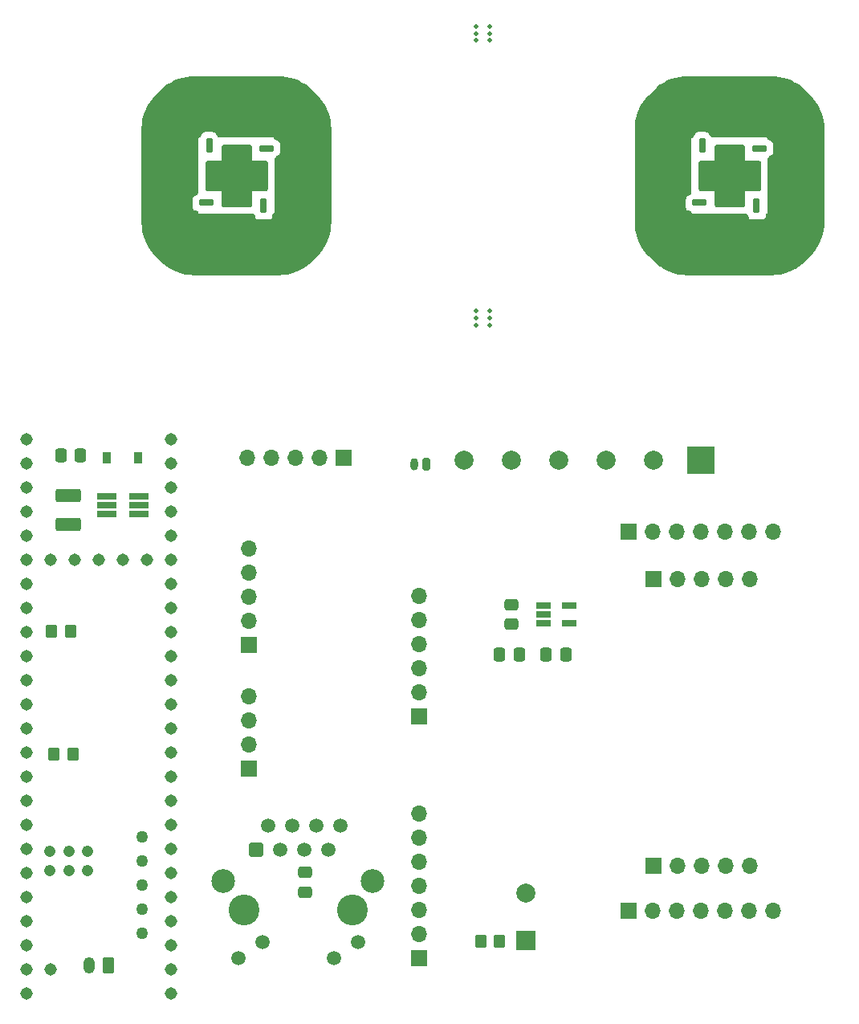
<source format=gbr>
%TF.GenerationSoftware,KiCad,Pcbnew,6.0.6-1.fc36*%
%TF.CreationDate,2022-07-31T22:14:55+02:00*%
%TF.ProjectId,CosmicWatch-ventidue,436f736d-6963-4576-9174-63682d76656e,2.5*%
%TF.SameCoordinates,Original*%
%TF.FileFunction,Soldermask,Bot*%
%TF.FilePolarity,Negative*%
%FSLAX46Y46*%
G04 Gerber Fmt 4.6, Leading zero omitted, Abs format (unit mm)*
G04 Created by KiCad (PCBNEW 6.0.6-1.fc36) date 2022-07-31 22:14:55*
%MOMM*%
%LPD*%
G01*
G04 APERTURE LIST*
G04 Aperture macros list*
%AMRoundRect*
0 Rectangle with rounded corners*
0 $1 Rounding radius*
0 $2 $3 $4 $5 $6 $7 $8 $9 X,Y pos of 4 corners*
0 Add a 4 corners polygon primitive as box body*
4,1,4,$2,$3,$4,$5,$6,$7,$8,$9,$2,$3,0*
0 Add four circle primitives for the rounded corners*
1,1,$1+$1,$2,$3*
1,1,$1+$1,$4,$5*
1,1,$1+$1,$6,$7*
1,1,$1+$1,$8,$9*
0 Add four rect primitives between the rounded corners*
20,1,$1+$1,$2,$3,$4,$5,0*
20,1,$1+$1,$4,$5,$6,$7,0*
20,1,$1+$1,$6,$7,$8,$9,0*
20,1,$1+$1,$8,$9,$2,$3,0*%
G04 Aperture macros list end*
%ADD10C,0.000100*%
%ADD11RoundRect,0.250000X0.350000X0.625000X-0.350000X0.625000X-0.350000X-0.625000X0.350000X-0.625000X0*%
%ADD12O,1.200000X1.750000*%
%ADD13R,1.700000X1.700000*%
%ADD14O,1.700000X1.700000*%
%ADD15C,0.500000*%
%ADD16R,2.000000X2.000000*%
%ADD17C,2.000000*%
%ADD18C,1.308000*%
%ADD19C,1.258000*%
%ADD20C,1.208000*%
%ADD21RoundRect,0.200000X0.200000X0.450000X-0.200000X0.450000X-0.200000X-0.450000X0.200000X-0.450000X0*%
%ADD22O,0.800000X1.300000*%
%ADD23C,3.250000*%
%ADD24RoundRect,0.250500X-0.499500X-0.499500X0.499500X-0.499500X0.499500X0.499500X-0.499500X0.499500X0*%
%ADD25C,1.500000*%
%ADD26C,2.500000*%
%ADD27RoundRect,0.250000X-0.475000X0.337500X-0.475000X-0.337500X0.475000X-0.337500X0.475000X0.337500X0*%
%ADD28RoundRect,0.250000X-0.337500X-0.475000X0.337500X-0.475000X0.337500X0.475000X-0.337500X0.475000X0*%
%ADD29RoundRect,0.250000X0.337500X0.475000X-0.337500X0.475000X-0.337500X-0.475000X0.337500X-0.475000X0*%
%ADD30R,1.560000X0.650000*%
%ADD31R,2.000000X0.650000*%
%ADD32RoundRect,0.250000X-0.350000X-0.450000X0.350000X-0.450000X0.350000X0.450000X-0.350000X0.450000X0*%
%ADD33RoundRect,0.090000X0.210000X-0.647500X0.210000X0.647500X-0.210000X0.647500X-0.210000X-0.647500X0*%
%ADD34RoundRect,0.090000X-0.647500X-0.210000X0.647500X-0.210000X0.647500X0.210000X-0.647500X0.210000X0*%
%ADD35RoundRect,0.090000X-0.210000X0.647500X-0.210000X-0.647500X0.210000X-0.647500X0.210000X0.647500X0*%
%ADD36RoundRect,0.090000X0.647500X0.210000X-0.647500X0.210000X-0.647500X-0.210000X0.647500X-0.210000X0*%
%ADD37RoundRect,0.250001X1.074999X-0.462499X1.074999X0.462499X-1.074999X0.462499X-1.074999X-0.462499X0*%
%ADD38RoundRect,0.250000X0.475000X-0.337500X0.475000X0.337500X-0.475000X0.337500X-0.475000X-0.337500X0*%
%ADD39R,0.900000X1.200000*%
%ADD40RoundRect,0.250000X0.350000X0.450000X-0.350000X0.450000X-0.350000X-0.450000X0.350000X-0.450000X0*%
%ADD41R,3.000000X3.000000*%
G04 APERTURE END LIST*
%TO.C,D201*%
G36*
X103362000Y-46751000D02*
G01*
X103384000Y-46755000D01*
X103394000Y-46757000D01*
X103405000Y-46760000D01*
X103425000Y-46768000D01*
X103445000Y-46778000D01*
X103463000Y-46790000D01*
X103481000Y-46804000D01*
X103488000Y-46812000D01*
X103496000Y-46819000D01*
X103510000Y-46837000D01*
X103522000Y-46855000D01*
X103532000Y-46875000D01*
X103540000Y-46895000D01*
X103543000Y-46906000D01*
X103545000Y-46916000D01*
X103549000Y-46938000D01*
X103550000Y-46949000D01*
X103550000Y-48450000D01*
X105051000Y-48450000D01*
X105062000Y-48451000D01*
X105084000Y-48455000D01*
X105094000Y-48457000D01*
X105105000Y-48460000D01*
X105125000Y-48468000D01*
X105145000Y-48478000D01*
X105163000Y-48490000D01*
X105181000Y-48504000D01*
X105188000Y-48512000D01*
X105196000Y-48519000D01*
X105210000Y-48537000D01*
X105222000Y-48555000D01*
X105232000Y-48575000D01*
X105240000Y-48595000D01*
X105243000Y-48606000D01*
X105245000Y-48616000D01*
X105249000Y-48638000D01*
X105250000Y-48649000D01*
X105250000Y-51332000D01*
X105249000Y-51344000D01*
X105245000Y-51368000D01*
X105242000Y-51380000D01*
X105239000Y-51391000D01*
X105235000Y-51402000D01*
X105230000Y-51414000D01*
X105225000Y-51424000D01*
X105219000Y-51435000D01*
X105213000Y-51445000D01*
X105199000Y-51465000D01*
X105183000Y-51483000D01*
X105165000Y-51499000D01*
X105145000Y-51513000D01*
X105135000Y-51519000D01*
X105124000Y-51525000D01*
X105114000Y-51530000D01*
X105102000Y-51535000D01*
X105091000Y-51539000D01*
X105080000Y-51542000D01*
X105068000Y-51545000D01*
X105044000Y-51549000D01*
X105032000Y-51550000D01*
X103550000Y-51550000D01*
X103550000Y-53051000D01*
X103549000Y-53062000D01*
X103545000Y-53084000D01*
X103543000Y-53094000D01*
X103540000Y-53105000D01*
X103532000Y-53125000D01*
X103522000Y-53145000D01*
X103510000Y-53163000D01*
X103496000Y-53181000D01*
X103488000Y-53188000D01*
X103481000Y-53196000D01*
X103463000Y-53210000D01*
X103445000Y-53222000D01*
X103425000Y-53232000D01*
X103405000Y-53240000D01*
X103394000Y-53243000D01*
X103384000Y-53245000D01*
X103362000Y-53249000D01*
X103351000Y-53250000D01*
X100649000Y-53250000D01*
X100638000Y-53249000D01*
X100616000Y-53245000D01*
X100606000Y-53243000D01*
X100595000Y-53240000D01*
X100575000Y-53232000D01*
X100555000Y-53222000D01*
X100537000Y-53210000D01*
X100519000Y-53196000D01*
X100512000Y-53188000D01*
X100504000Y-53181000D01*
X100490000Y-53163000D01*
X100478000Y-53145000D01*
X100468000Y-53125000D01*
X100460000Y-53105000D01*
X100457000Y-53094000D01*
X100455000Y-53084000D01*
X100451000Y-53062000D01*
X100450000Y-53051000D01*
X100450000Y-51550000D01*
X98958000Y-51550000D01*
X98947000Y-51549000D01*
X98936000Y-51547000D01*
X98924000Y-51545000D01*
X98913000Y-51543000D01*
X98891000Y-51535000D01*
X98881000Y-51531000D01*
X98870000Y-51526000D01*
X98860000Y-51521000D01*
X98850000Y-51515000D01*
X98832000Y-51501000D01*
X98823000Y-51493000D01*
X98814000Y-51486000D01*
X98807000Y-51477000D01*
X98799000Y-51468000D01*
X98785000Y-51450000D01*
X98779000Y-51440000D01*
X98774000Y-51430000D01*
X98769000Y-51419000D01*
X98765000Y-51409000D01*
X98757000Y-51387000D01*
X98755000Y-51376000D01*
X98753000Y-51364000D01*
X98751000Y-51353000D01*
X98750000Y-51342000D01*
X98750000Y-48649000D01*
X98751000Y-48638000D01*
X98755000Y-48616000D01*
X98757000Y-48606000D01*
X98760000Y-48595000D01*
X98768000Y-48575000D01*
X98778000Y-48555000D01*
X98790000Y-48537000D01*
X98804000Y-48519000D01*
X98812000Y-48512000D01*
X98819000Y-48504000D01*
X98837000Y-48490000D01*
X98855000Y-48478000D01*
X98875000Y-48468000D01*
X98895000Y-48460000D01*
X98906000Y-48457000D01*
X98916000Y-48455000D01*
X98938000Y-48451000D01*
X98949000Y-48450000D01*
X100450000Y-48450000D01*
X100450000Y-46958000D01*
X100451000Y-46947000D01*
X100453000Y-46936000D01*
X100455000Y-46924000D01*
X100457000Y-46913000D01*
X100465000Y-46891000D01*
X100469000Y-46881000D01*
X100474000Y-46870000D01*
X100479000Y-46860000D01*
X100485000Y-46850000D01*
X100499000Y-46832000D01*
X100507000Y-46823000D01*
X100514000Y-46814000D01*
X100523000Y-46807000D01*
X100532000Y-46799000D01*
X100550000Y-46785000D01*
X100560000Y-46779000D01*
X100570000Y-46774000D01*
X100581000Y-46769000D01*
X100591000Y-46765000D01*
X100613000Y-46757000D01*
X100624000Y-46755000D01*
X100636000Y-46753000D01*
X100647000Y-46751000D01*
X100658000Y-46750000D01*
X103351000Y-46750000D01*
X103362000Y-46751000D01*
G37*
D10*
X103362000Y-46751000D02*
X103384000Y-46755000D01*
X103394000Y-46757000D01*
X103405000Y-46760000D01*
X103425000Y-46768000D01*
X103445000Y-46778000D01*
X103463000Y-46790000D01*
X103481000Y-46804000D01*
X103488000Y-46812000D01*
X103496000Y-46819000D01*
X103510000Y-46837000D01*
X103522000Y-46855000D01*
X103532000Y-46875000D01*
X103540000Y-46895000D01*
X103543000Y-46906000D01*
X103545000Y-46916000D01*
X103549000Y-46938000D01*
X103550000Y-46949000D01*
X103550000Y-48450000D01*
X105051000Y-48450000D01*
X105062000Y-48451000D01*
X105084000Y-48455000D01*
X105094000Y-48457000D01*
X105105000Y-48460000D01*
X105125000Y-48468000D01*
X105145000Y-48478000D01*
X105163000Y-48490000D01*
X105181000Y-48504000D01*
X105188000Y-48512000D01*
X105196000Y-48519000D01*
X105210000Y-48537000D01*
X105222000Y-48555000D01*
X105232000Y-48575000D01*
X105240000Y-48595000D01*
X105243000Y-48606000D01*
X105245000Y-48616000D01*
X105249000Y-48638000D01*
X105250000Y-48649000D01*
X105250000Y-51332000D01*
X105249000Y-51344000D01*
X105245000Y-51368000D01*
X105242000Y-51380000D01*
X105239000Y-51391000D01*
X105235000Y-51402000D01*
X105230000Y-51414000D01*
X105225000Y-51424000D01*
X105219000Y-51435000D01*
X105213000Y-51445000D01*
X105199000Y-51465000D01*
X105183000Y-51483000D01*
X105165000Y-51499000D01*
X105145000Y-51513000D01*
X105135000Y-51519000D01*
X105124000Y-51525000D01*
X105114000Y-51530000D01*
X105102000Y-51535000D01*
X105091000Y-51539000D01*
X105080000Y-51542000D01*
X105068000Y-51545000D01*
X105044000Y-51549000D01*
X105032000Y-51550000D01*
X103550000Y-51550000D01*
X103550000Y-53051000D01*
X103549000Y-53062000D01*
X103545000Y-53084000D01*
X103543000Y-53094000D01*
X103540000Y-53105000D01*
X103532000Y-53125000D01*
X103522000Y-53145000D01*
X103510000Y-53163000D01*
X103496000Y-53181000D01*
X103488000Y-53188000D01*
X103481000Y-53196000D01*
X103463000Y-53210000D01*
X103445000Y-53222000D01*
X103425000Y-53232000D01*
X103405000Y-53240000D01*
X103394000Y-53243000D01*
X103384000Y-53245000D01*
X103362000Y-53249000D01*
X103351000Y-53250000D01*
X100649000Y-53250000D01*
X100638000Y-53249000D01*
X100616000Y-53245000D01*
X100606000Y-53243000D01*
X100595000Y-53240000D01*
X100575000Y-53232000D01*
X100555000Y-53222000D01*
X100537000Y-53210000D01*
X100519000Y-53196000D01*
X100512000Y-53188000D01*
X100504000Y-53181000D01*
X100490000Y-53163000D01*
X100478000Y-53145000D01*
X100468000Y-53125000D01*
X100460000Y-53105000D01*
X100457000Y-53094000D01*
X100455000Y-53084000D01*
X100451000Y-53062000D01*
X100450000Y-53051000D01*
X100450000Y-51550000D01*
X98958000Y-51550000D01*
X98947000Y-51549000D01*
X98936000Y-51547000D01*
X98924000Y-51545000D01*
X98913000Y-51543000D01*
X98891000Y-51535000D01*
X98881000Y-51531000D01*
X98870000Y-51526000D01*
X98860000Y-51521000D01*
X98850000Y-51515000D01*
X98832000Y-51501000D01*
X98823000Y-51493000D01*
X98814000Y-51486000D01*
X98807000Y-51477000D01*
X98799000Y-51468000D01*
X98785000Y-51450000D01*
X98779000Y-51440000D01*
X98774000Y-51430000D01*
X98769000Y-51419000D01*
X98765000Y-51409000D01*
X98757000Y-51387000D01*
X98755000Y-51376000D01*
X98753000Y-51364000D01*
X98751000Y-51353000D01*
X98750000Y-51342000D01*
X98750000Y-48649000D01*
X98751000Y-48638000D01*
X98755000Y-48616000D01*
X98757000Y-48606000D01*
X98760000Y-48595000D01*
X98768000Y-48575000D01*
X98778000Y-48555000D01*
X98790000Y-48537000D01*
X98804000Y-48519000D01*
X98812000Y-48512000D01*
X98819000Y-48504000D01*
X98837000Y-48490000D01*
X98855000Y-48478000D01*
X98875000Y-48468000D01*
X98895000Y-48460000D01*
X98906000Y-48457000D01*
X98916000Y-48455000D01*
X98938000Y-48451000D01*
X98949000Y-48450000D01*
X100450000Y-48450000D01*
X100450000Y-46958000D01*
X100451000Y-46947000D01*
X100453000Y-46936000D01*
X100455000Y-46924000D01*
X100457000Y-46913000D01*
X100465000Y-46891000D01*
X100469000Y-46881000D01*
X100474000Y-46870000D01*
X100479000Y-46860000D01*
X100485000Y-46850000D01*
X100499000Y-46832000D01*
X100507000Y-46823000D01*
X100514000Y-46814000D01*
X100523000Y-46807000D01*
X100532000Y-46799000D01*
X100550000Y-46785000D01*
X100560000Y-46779000D01*
X100570000Y-46774000D01*
X100581000Y-46769000D01*
X100591000Y-46765000D01*
X100613000Y-46757000D01*
X100624000Y-46755000D01*
X100636000Y-46753000D01*
X100647000Y-46751000D01*
X100658000Y-46750000D01*
X103351000Y-46750000D01*
X103362000Y-46751000D01*
%TO.C,D301*%
G36*
X51362000Y-46751000D02*
G01*
X51384000Y-46755000D01*
X51394000Y-46757000D01*
X51405000Y-46760000D01*
X51425000Y-46768000D01*
X51445000Y-46778000D01*
X51463000Y-46790000D01*
X51481000Y-46804000D01*
X51488000Y-46812000D01*
X51496000Y-46819000D01*
X51510000Y-46837000D01*
X51522000Y-46855000D01*
X51532000Y-46875000D01*
X51540000Y-46895000D01*
X51543000Y-46906000D01*
X51545000Y-46916000D01*
X51549000Y-46938000D01*
X51550000Y-46949000D01*
X51550000Y-48450000D01*
X53051000Y-48450000D01*
X53062000Y-48451000D01*
X53084000Y-48455000D01*
X53094000Y-48457000D01*
X53105000Y-48460000D01*
X53125000Y-48468000D01*
X53145000Y-48478000D01*
X53163000Y-48490000D01*
X53181000Y-48504000D01*
X53188000Y-48512000D01*
X53196000Y-48519000D01*
X53210000Y-48537000D01*
X53222000Y-48555000D01*
X53232000Y-48575000D01*
X53240000Y-48595000D01*
X53243000Y-48606000D01*
X53245000Y-48616000D01*
X53249000Y-48638000D01*
X53250000Y-48649000D01*
X53250000Y-51332000D01*
X53249000Y-51344000D01*
X53245000Y-51368000D01*
X53242000Y-51380000D01*
X53239000Y-51391000D01*
X53235000Y-51402000D01*
X53230000Y-51414000D01*
X53225000Y-51424000D01*
X53219000Y-51435000D01*
X53213000Y-51445000D01*
X53199000Y-51465000D01*
X53183000Y-51483000D01*
X53165000Y-51499000D01*
X53145000Y-51513000D01*
X53135000Y-51519000D01*
X53124000Y-51525000D01*
X53114000Y-51530000D01*
X53102000Y-51535000D01*
X53091000Y-51539000D01*
X53080000Y-51542000D01*
X53068000Y-51545000D01*
X53044000Y-51549000D01*
X53032000Y-51550000D01*
X51550000Y-51550000D01*
X51550000Y-53051000D01*
X51549000Y-53062000D01*
X51545000Y-53084000D01*
X51543000Y-53094000D01*
X51540000Y-53105000D01*
X51532000Y-53125000D01*
X51522000Y-53145000D01*
X51510000Y-53163000D01*
X51496000Y-53181000D01*
X51488000Y-53188000D01*
X51481000Y-53196000D01*
X51463000Y-53210000D01*
X51445000Y-53222000D01*
X51425000Y-53232000D01*
X51405000Y-53240000D01*
X51394000Y-53243000D01*
X51384000Y-53245000D01*
X51362000Y-53249000D01*
X51351000Y-53250000D01*
X48649000Y-53250000D01*
X48638000Y-53249000D01*
X48616000Y-53245000D01*
X48606000Y-53243000D01*
X48595000Y-53240000D01*
X48575000Y-53232000D01*
X48555000Y-53222000D01*
X48537000Y-53210000D01*
X48519000Y-53196000D01*
X48512000Y-53188000D01*
X48504000Y-53181000D01*
X48490000Y-53163000D01*
X48478000Y-53145000D01*
X48468000Y-53125000D01*
X48460000Y-53105000D01*
X48457000Y-53094000D01*
X48455000Y-53084000D01*
X48451000Y-53062000D01*
X48450000Y-53051000D01*
X48450000Y-51550000D01*
X46958000Y-51550000D01*
X46947000Y-51549000D01*
X46936000Y-51547000D01*
X46924000Y-51545000D01*
X46913000Y-51543000D01*
X46891000Y-51535000D01*
X46881000Y-51531000D01*
X46870000Y-51526000D01*
X46860000Y-51521000D01*
X46850000Y-51515000D01*
X46832000Y-51501000D01*
X46823000Y-51493000D01*
X46814000Y-51486000D01*
X46807000Y-51477000D01*
X46799000Y-51468000D01*
X46785000Y-51450000D01*
X46779000Y-51440000D01*
X46774000Y-51430000D01*
X46769000Y-51419000D01*
X46765000Y-51409000D01*
X46757000Y-51387000D01*
X46755000Y-51376000D01*
X46753000Y-51364000D01*
X46751000Y-51353000D01*
X46750000Y-51342000D01*
X46750000Y-48649000D01*
X46751000Y-48638000D01*
X46755000Y-48616000D01*
X46757000Y-48606000D01*
X46760000Y-48595000D01*
X46768000Y-48575000D01*
X46778000Y-48555000D01*
X46790000Y-48537000D01*
X46804000Y-48519000D01*
X46812000Y-48512000D01*
X46819000Y-48504000D01*
X46837000Y-48490000D01*
X46855000Y-48478000D01*
X46875000Y-48468000D01*
X46895000Y-48460000D01*
X46906000Y-48457000D01*
X46916000Y-48455000D01*
X46938000Y-48451000D01*
X46949000Y-48450000D01*
X48450000Y-48450000D01*
X48450000Y-46958000D01*
X48451000Y-46947000D01*
X48453000Y-46936000D01*
X48455000Y-46924000D01*
X48457000Y-46913000D01*
X48465000Y-46891000D01*
X48469000Y-46881000D01*
X48474000Y-46870000D01*
X48479000Y-46860000D01*
X48485000Y-46850000D01*
X48499000Y-46832000D01*
X48507000Y-46823000D01*
X48514000Y-46814000D01*
X48523000Y-46807000D01*
X48532000Y-46799000D01*
X48550000Y-46785000D01*
X48560000Y-46779000D01*
X48570000Y-46774000D01*
X48581000Y-46769000D01*
X48591000Y-46765000D01*
X48613000Y-46757000D01*
X48624000Y-46755000D01*
X48636000Y-46753000D01*
X48647000Y-46751000D01*
X48658000Y-46750000D01*
X51351000Y-46750000D01*
X51362000Y-46751000D01*
G37*
X51362000Y-46751000D02*
X51384000Y-46755000D01*
X51394000Y-46757000D01*
X51405000Y-46760000D01*
X51425000Y-46768000D01*
X51445000Y-46778000D01*
X51463000Y-46790000D01*
X51481000Y-46804000D01*
X51488000Y-46812000D01*
X51496000Y-46819000D01*
X51510000Y-46837000D01*
X51522000Y-46855000D01*
X51532000Y-46875000D01*
X51540000Y-46895000D01*
X51543000Y-46906000D01*
X51545000Y-46916000D01*
X51549000Y-46938000D01*
X51550000Y-46949000D01*
X51550000Y-48450000D01*
X53051000Y-48450000D01*
X53062000Y-48451000D01*
X53084000Y-48455000D01*
X53094000Y-48457000D01*
X53105000Y-48460000D01*
X53125000Y-48468000D01*
X53145000Y-48478000D01*
X53163000Y-48490000D01*
X53181000Y-48504000D01*
X53188000Y-48512000D01*
X53196000Y-48519000D01*
X53210000Y-48537000D01*
X53222000Y-48555000D01*
X53232000Y-48575000D01*
X53240000Y-48595000D01*
X53243000Y-48606000D01*
X53245000Y-48616000D01*
X53249000Y-48638000D01*
X53250000Y-48649000D01*
X53250000Y-51332000D01*
X53249000Y-51344000D01*
X53245000Y-51368000D01*
X53242000Y-51380000D01*
X53239000Y-51391000D01*
X53235000Y-51402000D01*
X53230000Y-51414000D01*
X53225000Y-51424000D01*
X53219000Y-51435000D01*
X53213000Y-51445000D01*
X53199000Y-51465000D01*
X53183000Y-51483000D01*
X53165000Y-51499000D01*
X53145000Y-51513000D01*
X53135000Y-51519000D01*
X53124000Y-51525000D01*
X53114000Y-51530000D01*
X53102000Y-51535000D01*
X53091000Y-51539000D01*
X53080000Y-51542000D01*
X53068000Y-51545000D01*
X53044000Y-51549000D01*
X53032000Y-51550000D01*
X51550000Y-51550000D01*
X51550000Y-53051000D01*
X51549000Y-53062000D01*
X51545000Y-53084000D01*
X51543000Y-53094000D01*
X51540000Y-53105000D01*
X51532000Y-53125000D01*
X51522000Y-53145000D01*
X51510000Y-53163000D01*
X51496000Y-53181000D01*
X51488000Y-53188000D01*
X51481000Y-53196000D01*
X51463000Y-53210000D01*
X51445000Y-53222000D01*
X51425000Y-53232000D01*
X51405000Y-53240000D01*
X51394000Y-53243000D01*
X51384000Y-53245000D01*
X51362000Y-53249000D01*
X51351000Y-53250000D01*
X48649000Y-53250000D01*
X48638000Y-53249000D01*
X48616000Y-53245000D01*
X48606000Y-53243000D01*
X48595000Y-53240000D01*
X48575000Y-53232000D01*
X48555000Y-53222000D01*
X48537000Y-53210000D01*
X48519000Y-53196000D01*
X48512000Y-53188000D01*
X48504000Y-53181000D01*
X48490000Y-53163000D01*
X48478000Y-53145000D01*
X48468000Y-53125000D01*
X48460000Y-53105000D01*
X48457000Y-53094000D01*
X48455000Y-53084000D01*
X48451000Y-53062000D01*
X48450000Y-53051000D01*
X48450000Y-51550000D01*
X46958000Y-51550000D01*
X46947000Y-51549000D01*
X46936000Y-51547000D01*
X46924000Y-51545000D01*
X46913000Y-51543000D01*
X46891000Y-51535000D01*
X46881000Y-51531000D01*
X46870000Y-51526000D01*
X46860000Y-51521000D01*
X46850000Y-51515000D01*
X46832000Y-51501000D01*
X46823000Y-51493000D01*
X46814000Y-51486000D01*
X46807000Y-51477000D01*
X46799000Y-51468000D01*
X46785000Y-51450000D01*
X46779000Y-51440000D01*
X46774000Y-51430000D01*
X46769000Y-51419000D01*
X46765000Y-51409000D01*
X46757000Y-51387000D01*
X46755000Y-51376000D01*
X46753000Y-51364000D01*
X46751000Y-51353000D01*
X46750000Y-51342000D01*
X46750000Y-48649000D01*
X46751000Y-48638000D01*
X46755000Y-48616000D01*
X46757000Y-48606000D01*
X46760000Y-48595000D01*
X46768000Y-48575000D01*
X46778000Y-48555000D01*
X46790000Y-48537000D01*
X46804000Y-48519000D01*
X46812000Y-48512000D01*
X46819000Y-48504000D01*
X46837000Y-48490000D01*
X46855000Y-48478000D01*
X46875000Y-48468000D01*
X46895000Y-48460000D01*
X46906000Y-48457000D01*
X46916000Y-48455000D01*
X46938000Y-48451000D01*
X46949000Y-48450000D01*
X48450000Y-48450000D01*
X48450000Y-46958000D01*
X48451000Y-46947000D01*
X48453000Y-46936000D01*
X48455000Y-46924000D01*
X48457000Y-46913000D01*
X48465000Y-46891000D01*
X48469000Y-46881000D01*
X48474000Y-46870000D01*
X48479000Y-46860000D01*
X48485000Y-46850000D01*
X48499000Y-46832000D01*
X48507000Y-46823000D01*
X48514000Y-46814000D01*
X48523000Y-46807000D01*
X48532000Y-46799000D01*
X48550000Y-46785000D01*
X48560000Y-46779000D01*
X48570000Y-46774000D01*
X48581000Y-46769000D01*
X48591000Y-46765000D01*
X48613000Y-46757000D01*
X48624000Y-46755000D01*
X48636000Y-46753000D01*
X48647000Y-46751000D01*
X48658000Y-46750000D01*
X51351000Y-46750000D01*
X51362000Y-46751000D01*
%TD*%
D11*
%TO.C,J401*%
X36500000Y-133250000D03*
D12*
X34500000Y-133250000D03*
%TD*%
D13*
%TO.C,J111*%
X69275001Y-132499999D03*
D14*
X69275001Y-129959999D03*
X69275001Y-127419999D03*
X69275001Y-124879999D03*
X69275001Y-122339999D03*
X69275001Y-119799999D03*
X69275001Y-117259999D03*
%TD*%
D13*
%TO.C,SW101*%
X61290001Y-79749999D03*
D14*
X58750001Y-79749999D03*
X56210001Y-79749999D03*
X53670001Y-79749999D03*
X51130001Y-79749999D03*
%TD*%
D13*
%TO.C,J108*%
X91380001Y-87499999D03*
D14*
X93920001Y-87499999D03*
X96460001Y-87499999D03*
X99000001Y-87499999D03*
X101540001Y-87499999D03*
X104080001Y-87499999D03*
X106620001Y-87499999D03*
%TD*%
D15*
%TO.C,mouse-bite-2mm-slot*%
X76750000Y-34250000D03*
X76750000Y-35000000D03*
X75250000Y-35750000D03*
X76750000Y-35750000D03*
X75250000Y-35000000D03*
X75250000Y-34250000D03*
%TD*%
D16*
%TO.C,BZ101*%
X80500001Y-130620784D03*
D17*
X80500001Y-125620784D03*
%TD*%
D18*
%TO.C,U101*%
X43120001Y-133669999D03*
X43120001Y-131129999D03*
X43120001Y-128589999D03*
X43120001Y-126049999D03*
X43120001Y-100649999D03*
X27880001Y-131129999D03*
X38040001Y-90489999D03*
X43120001Y-123509999D03*
X43120001Y-120969999D03*
D19*
X40070001Y-129859999D03*
D18*
X43120001Y-118429999D03*
X43120001Y-115889999D03*
X43120001Y-113349999D03*
X43120001Y-110809999D03*
X43120001Y-108269999D03*
X43120001Y-105729999D03*
X43120001Y-103189999D03*
X27880001Y-103189999D03*
X27880001Y-105729999D03*
X27880001Y-108269999D03*
X27880001Y-110809999D03*
X27880001Y-113349999D03*
X27880001Y-115889999D03*
X27880001Y-118429999D03*
X27880001Y-120969999D03*
X27880001Y-123509999D03*
X27880001Y-126049999D03*
X27880001Y-128589999D03*
X43120001Y-98109999D03*
X43120001Y-95569999D03*
X43120001Y-93029999D03*
X43120001Y-90489999D03*
X43120001Y-87949999D03*
X43120001Y-85409999D03*
X43120001Y-82869999D03*
X43120001Y-80329999D03*
X43120001Y-77789999D03*
X27880001Y-77789999D03*
X27880001Y-80329999D03*
X27880001Y-82869999D03*
X27880001Y-85409999D03*
X27880001Y-87949999D03*
X27880001Y-90489999D03*
X27880001Y-93029999D03*
X27880001Y-95569999D03*
X27880001Y-98109999D03*
D19*
X40070001Y-124779999D03*
X40070001Y-127319999D03*
D18*
X43120001Y-136209999D03*
X27880001Y-100649999D03*
X27880001Y-133669999D03*
X35500001Y-90489999D03*
D20*
X32330001Y-121239999D03*
X32330001Y-123239999D03*
D18*
X30420001Y-90489999D03*
X32960001Y-90489999D03*
D20*
X30330001Y-123239999D03*
X30330001Y-121239999D03*
X34330001Y-121239999D03*
X34330001Y-123239999D03*
D19*
X40070001Y-122239999D03*
X40070001Y-119699999D03*
D18*
X40580001Y-90489999D03*
X27880001Y-136209999D03*
X30420001Y-133669999D03*
%TD*%
D13*
%TO.C,J107*%
X93950001Y-122724999D03*
D14*
X96490001Y-122724999D03*
X99030001Y-122724999D03*
X101570001Y-122724999D03*
X104110001Y-122724999D03*
%TD*%
D21*
%TO.C,BT401*%
X70000001Y-80449999D03*
D22*
X68750001Y-80449999D03*
%TD*%
D13*
%TO.C,J110*%
X69285787Y-107012892D03*
D14*
X69285787Y-104472892D03*
X69285787Y-101932892D03*
X69285787Y-99392892D03*
X69285787Y-96852892D03*
X69285787Y-94312892D03*
%TD*%
D23*
%TO.C,U501*%
X50785001Y-127399999D03*
X62215001Y-127399999D03*
D24*
X52055001Y-121049999D03*
D25*
X53325001Y-118509999D03*
X54595001Y-121049999D03*
X55865001Y-118509999D03*
X57135001Y-121049999D03*
X58405001Y-118509999D03*
X59675001Y-121049999D03*
X60945001Y-118509999D03*
X50175001Y-132479999D03*
X52715001Y-130779999D03*
X60285001Y-132479999D03*
X62825001Y-130779999D03*
D26*
X48625001Y-124349999D03*
X64375001Y-124349999D03*
%TD*%
D15*
%TO.C,mouse-bite-2mm-slot*%
X76750000Y-65750000D03*
X75250000Y-65750000D03*
X76750000Y-65000000D03*
X76750000Y-64250000D03*
X75250000Y-64250000D03*
X75250000Y-65000000D03*
%TD*%
D17*
%TO.C,TP406*%
X84000001Y-79999999D03*
%TD*%
D27*
%TO.C,C501*%
X57250001Y-123462499D03*
X57250001Y-125537499D03*
%TD*%
D13*
%TO.C,J106*%
X91400001Y-127499999D03*
D14*
X93940001Y-127499999D03*
X96480001Y-127499999D03*
X99020001Y-127499999D03*
X101560001Y-127499999D03*
X104100001Y-127499999D03*
X106640001Y-127499999D03*
%TD*%
D28*
%TO.C,C403*%
X77737501Y-100449999D03*
X79812501Y-100449999D03*
%TD*%
D29*
%TO.C,C404*%
X33537501Y-79499999D03*
X31462501Y-79499999D03*
%TD*%
D30*
%TO.C,U401*%
X82362501Y-97199999D03*
X82362501Y-96249999D03*
X82362501Y-95299999D03*
X85062501Y-95299999D03*
X85062501Y-97199999D03*
%TD*%
D31*
%TO.C,U402*%
X39750001Y-83799999D03*
X39750001Y-84749999D03*
X39750001Y-85699999D03*
X36330001Y-85699999D03*
X36330001Y-84749999D03*
X36330001Y-83799999D03*
%TD*%
D13*
%TO.C,J109*%
X51275001Y-112549999D03*
D14*
X51275001Y-110009999D03*
X51275001Y-107469999D03*
X51275001Y-104929999D03*
%TD*%
D32*
%TO.C,R106*%
X30500001Y-97999999D03*
X32500001Y-97999999D03*
%TD*%
D17*
%TO.C,TP404*%
X74000001Y-79999999D03*
%TD*%
D33*
%TO.C,D201*%
X104850000Y-53187500D03*
D34*
X98812500Y-52850000D03*
D35*
X99150000Y-46812500D03*
D36*
X105187500Y-47150000D03*
%TD*%
D17*
%TO.C,TP403*%
X79000001Y-79999999D03*
%TD*%
D37*
%TO.C,L401*%
X32250001Y-86737499D03*
X32250001Y-83762499D03*
%TD*%
D17*
%TO.C,TP405*%
X94000001Y-79999999D03*
%TD*%
D32*
%TO.C,R105*%
X30750001Y-110999999D03*
X32750001Y-110999999D03*
%TD*%
D33*
%TO.C,D301*%
X52850000Y-53187500D03*
D34*
X46812500Y-52850000D03*
D35*
X47150000Y-46812500D03*
D36*
X53187500Y-47150000D03*
%TD*%
D29*
%TO.C,C402*%
X84750001Y-100499999D03*
X82675001Y-100499999D03*
%TD*%
D38*
%TO.C,C401*%
X78962501Y-97287499D03*
X78962501Y-95212499D03*
%TD*%
D17*
%TO.C,TP402*%
X89000001Y-79999999D03*
%TD*%
D39*
%TO.C,D401*%
X39650001Y-79749999D03*
X36350001Y-79749999D03*
%TD*%
D40*
%TO.C,R102*%
X77750001Y-130749999D03*
X75750001Y-130749999D03*
%TD*%
D13*
%TO.C,J105*%
X93950001Y-92524999D03*
D14*
X96490001Y-92524999D03*
X99030001Y-92524999D03*
X101570001Y-92524999D03*
X104110001Y-92524999D03*
%TD*%
D13*
%TO.C,J112*%
X51300001Y-99499999D03*
D14*
X51300001Y-96959999D03*
X51300001Y-94419999D03*
X51300001Y-91879999D03*
X51300001Y-89339999D03*
%TD*%
D41*
%TO.C,TP401*%
X99000001Y-79999999D03*
%TD*%
G36*
X54431680Y-39500120D02*
G01*
X54859215Y-39518787D01*
X54870165Y-39519745D01*
X55291719Y-39575243D01*
X55302545Y-39577152D01*
X55717658Y-39669181D01*
X55728275Y-39672026D01*
X56133782Y-39799881D01*
X56144111Y-39803640D01*
X56536947Y-39966358D01*
X56546909Y-39971004D01*
X56924049Y-40167331D01*
X56933569Y-40172827D01*
X57292169Y-40401281D01*
X57301173Y-40407585D01*
X57638511Y-40666433D01*
X57646931Y-40673499D01*
X57962446Y-40962615D01*
X57966417Y-40966417D01*
X58533583Y-41533583D01*
X58537385Y-41537554D01*
X58826501Y-41853069D01*
X58833567Y-41861489D01*
X59092415Y-42198827D01*
X59098719Y-42207831D01*
X59327173Y-42566431D01*
X59332669Y-42575951D01*
X59528996Y-42953091D01*
X59533642Y-42963053D01*
X59696360Y-43355889D01*
X59700119Y-43366218D01*
X59827974Y-43771725D01*
X59830819Y-43782342D01*
X59922848Y-44197455D01*
X59924757Y-44208281D01*
X59980255Y-44629835D01*
X59981213Y-44640785D01*
X59999880Y-45068320D01*
X60000000Y-45073816D01*
X60000000Y-54926184D01*
X59999880Y-54931680D01*
X59981213Y-55359215D01*
X59980255Y-55370165D01*
X59924757Y-55791719D01*
X59922848Y-55802545D01*
X59830819Y-56217658D01*
X59827974Y-56228275D01*
X59700119Y-56633782D01*
X59696360Y-56644111D01*
X59533642Y-57036947D01*
X59528996Y-57046909D01*
X59332669Y-57424049D01*
X59327173Y-57433569D01*
X59098719Y-57792169D01*
X59092415Y-57801173D01*
X58833567Y-58138511D01*
X58826501Y-58146931D01*
X58537385Y-58462446D01*
X58533583Y-58466417D01*
X57966417Y-59033583D01*
X57962446Y-59037385D01*
X57646931Y-59326501D01*
X57638511Y-59333567D01*
X57301173Y-59592415D01*
X57292169Y-59598719D01*
X56933569Y-59827173D01*
X56924049Y-59832669D01*
X56546909Y-60028996D01*
X56536947Y-60033642D01*
X56144111Y-60196360D01*
X56133782Y-60200119D01*
X55728275Y-60327974D01*
X55717658Y-60330819D01*
X55302545Y-60422848D01*
X55291719Y-60424757D01*
X54870165Y-60480255D01*
X54859215Y-60481213D01*
X54431680Y-60499880D01*
X54426184Y-60500000D01*
X45573816Y-60500000D01*
X45568320Y-60499880D01*
X45140785Y-60481213D01*
X45129835Y-60480255D01*
X44708281Y-60424757D01*
X44697455Y-60422848D01*
X44282342Y-60330819D01*
X44271725Y-60327974D01*
X43866218Y-60200119D01*
X43855889Y-60196360D01*
X43463053Y-60033642D01*
X43453091Y-60028996D01*
X43075951Y-59832669D01*
X43066431Y-59827173D01*
X42707831Y-59598719D01*
X42698827Y-59592415D01*
X42361489Y-59333567D01*
X42353069Y-59326501D01*
X42037554Y-59037385D01*
X42033583Y-59033583D01*
X41466417Y-58466417D01*
X41462615Y-58462446D01*
X41173499Y-58146931D01*
X41166433Y-58138511D01*
X40907585Y-57801173D01*
X40901281Y-57792169D01*
X40672827Y-57433569D01*
X40667331Y-57424049D01*
X40471004Y-57046909D01*
X40466358Y-57036947D01*
X40303640Y-56644111D01*
X40299881Y-56633782D01*
X40172026Y-56228275D01*
X40169181Y-56217658D01*
X40077152Y-55802545D01*
X40075243Y-55791719D01*
X40019745Y-55370165D01*
X40018787Y-55359215D01*
X40000120Y-54931680D01*
X40000000Y-54926184D01*
X40000000Y-53278852D01*
X45400000Y-53278852D01*
X45400765Y-53288635D01*
X45419684Y-53408821D01*
X45425667Y-53427355D01*
X45478366Y-53531514D01*
X45489753Y-53547313D01*
X45571901Y-53630244D01*
X45587595Y-53641783D01*
X45695623Y-53697733D01*
X45704674Y-53701558D01*
X45886316Y-53762105D01*
X45921110Y-53780125D01*
X45941039Y-53794778D01*
X45986307Y-53857584D01*
X45999221Y-53897587D01*
X46000970Y-53902342D01*
X46022356Y-53953972D01*
X46039129Y-53974787D01*
X46088534Y-53995251D01*
X46112410Y-54000000D01*
X51687590Y-54000000D01*
X51712171Y-54002421D01*
X51790223Y-54017946D01*
X51835645Y-54036760D01*
X51891294Y-54073944D01*
X51926056Y-54108706D01*
X51963240Y-54164355D01*
X51982054Y-54209777D01*
X52020415Y-54402633D01*
X52029731Y-54425124D01*
X52080975Y-54501816D01*
X52098184Y-54519025D01*
X52174876Y-54570269D01*
X52197367Y-54579585D01*
X52293932Y-54598793D01*
X52306187Y-54600000D01*
X53493813Y-54600000D01*
X53506068Y-54598793D01*
X53602633Y-54579585D01*
X53625124Y-54570269D01*
X53701816Y-54519025D01*
X53719025Y-54501816D01*
X53770269Y-54425124D01*
X53779585Y-54402633D01*
X53798793Y-54306068D01*
X53800000Y-54293813D01*
X53800000Y-54125611D01*
X53820002Y-54057490D01*
X53877783Y-54009202D01*
X53953973Y-53977644D01*
X53974787Y-53960871D01*
X53995251Y-53911466D01*
X54000000Y-53887590D01*
X54000000Y-48326082D01*
X54001533Y-48306489D01*
X54018133Y-48201033D01*
X54030171Y-48163743D01*
X54073862Y-48077388D01*
X54096774Y-48045599D01*
X54164882Y-47976842D01*
X54196452Y-47953630D01*
X54412405Y-47841783D01*
X54428099Y-47830244D01*
X54510247Y-47747313D01*
X54521634Y-47731514D01*
X54574333Y-47627355D01*
X54580316Y-47608821D01*
X54599235Y-47488635D01*
X54600000Y-47478852D01*
X54600000Y-46721148D01*
X54599235Y-46711365D01*
X54580316Y-46591179D01*
X54574333Y-46572645D01*
X54521634Y-46468486D01*
X54510247Y-46452687D01*
X54428099Y-46369756D01*
X54412405Y-46358217D01*
X54304377Y-46302267D01*
X54295326Y-46298442D01*
X54113684Y-46237895D01*
X54078890Y-46219875D01*
X54058961Y-46205222D01*
X54013693Y-46142416D01*
X54000779Y-46102413D01*
X53999030Y-46097658D01*
X53977644Y-46046028D01*
X53960871Y-46025213D01*
X53911466Y-46004749D01*
X53887590Y-46000000D01*
X48326082Y-46000000D01*
X48306489Y-45998467D01*
X48201033Y-45981867D01*
X48163743Y-45969829D01*
X48077388Y-45926138D01*
X48045599Y-45903226D01*
X47976842Y-45835118D01*
X47953630Y-45803548D01*
X47841783Y-45587595D01*
X47830244Y-45571901D01*
X47747313Y-45489753D01*
X47731514Y-45478366D01*
X47627355Y-45425667D01*
X47608821Y-45419684D01*
X47488635Y-45400765D01*
X47478852Y-45400000D01*
X46721148Y-45400000D01*
X46711365Y-45400765D01*
X46591179Y-45419684D01*
X46572645Y-45425667D01*
X46468486Y-45478366D01*
X46452687Y-45489753D01*
X46369756Y-45571901D01*
X46358217Y-45587595D01*
X46302267Y-45695623D01*
X46298442Y-45704674D01*
X46237895Y-45886316D01*
X46219875Y-45921110D01*
X46205222Y-45941039D01*
X46142416Y-45986307D01*
X46102413Y-45999221D01*
X46097658Y-46000970D01*
X46046028Y-46022356D01*
X46025213Y-46039129D01*
X46004749Y-46088534D01*
X46000000Y-46112410D01*
X46000000Y-51673918D01*
X45998467Y-51693511D01*
X45981867Y-51798967D01*
X45969829Y-51836257D01*
X45926138Y-51922612D01*
X45903226Y-51954401D01*
X45835118Y-52023158D01*
X45803548Y-52046370D01*
X45587595Y-52158217D01*
X45571901Y-52169756D01*
X45489753Y-52252687D01*
X45478366Y-52268486D01*
X45425667Y-52372645D01*
X45419684Y-52391179D01*
X45400765Y-52511365D01*
X45400000Y-52521148D01*
X45400000Y-53278852D01*
X40000000Y-53278852D01*
X40000000Y-45073816D01*
X40000120Y-45068320D01*
X40018787Y-44640785D01*
X40019745Y-44629835D01*
X40075243Y-44208281D01*
X40077152Y-44197455D01*
X40169181Y-43782342D01*
X40172026Y-43771725D01*
X40299881Y-43366218D01*
X40303640Y-43355889D01*
X40466358Y-42963053D01*
X40471004Y-42953091D01*
X40667331Y-42575951D01*
X40672827Y-42566431D01*
X40901281Y-42207831D01*
X40907585Y-42198827D01*
X41166433Y-41861489D01*
X41173499Y-41853069D01*
X41462615Y-41537554D01*
X41466417Y-41533583D01*
X42033583Y-40966417D01*
X42037554Y-40962615D01*
X42353069Y-40673499D01*
X42361489Y-40666433D01*
X42698827Y-40407585D01*
X42707831Y-40401281D01*
X43066431Y-40172827D01*
X43075951Y-40167331D01*
X43453091Y-39971004D01*
X43463053Y-39966358D01*
X43855889Y-39803640D01*
X43866218Y-39799881D01*
X44271725Y-39672026D01*
X44282342Y-39669181D01*
X44697455Y-39577152D01*
X44708281Y-39575243D01*
X45129835Y-39519745D01*
X45140785Y-39518787D01*
X45568320Y-39500120D01*
X45573816Y-39500000D01*
X54426184Y-39500000D01*
X54431680Y-39500120D01*
G37*
G36*
X106431680Y-39500120D02*
G01*
X106859215Y-39518787D01*
X106870165Y-39519745D01*
X107291719Y-39575243D01*
X107302545Y-39577152D01*
X107717658Y-39669181D01*
X107728275Y-39672026D01*
X108133782Y-39799881D01*
X108144111Y-39803640D01*
X108536947Y-39966358D01*
X108546909Y-39971004D01*
X108924049Y-40167331D01*
X108933569Y-40172827D01*
X109292169Y-40401281D01*
X109301173Y-40407585D01*
X109638511Y-40666433D01*
X109646931Y-40673499D01*
X109962446Y-40962615D01*
X109966417Y-40966417D01*
X110533583Y-41533583D01*
X110537385Y-41537554D01*
X110826501Y-41853069D01*
X110833567Y-41861489D01*
X111092415Y-42198827D01*
X111098719Y-42207831D01*
X111327173Y-42566431D01*
X111332669Y-42575951D01*
X111528996Y-42953091D01*
X111533642Y-42963053D01*
X111696360Y-43355889D01*
X111700119Y-43366218D01*
X111827974Y-43771725D01*
X111830819Y-43782342D01*
X111922848Y-44197455D01*
X111924757Y-44208281D01*
X111980255Y-44629835D01*
X111981213Y-44640785D01*
X111999880Y-45068320D01*
X112000000Y-45073816D01*
X112000000Y-54926184D01*
X111999880Y-54931680D01*
X111981213Y-55359215D01*
X111980255Y-55370165D01*
X111924757Y-55791719D01*
X111922848Y-55802545D01*
X111830819Y-56217658D01*
X111827974Y-56228275D01*
X111700119Y-56633782D01*
X111696360Y-56644111D01*
X111533642Y-57036947D01*
X111528996Y-57046909D01*
X111332669Y-57424049D01*
X111327173Y-57433569D01*
X111098719Y-57792169D01*
X111092415Y-57801173D01*
X110833567Y-58138511D01*
X110826501Y-58146931D01*
X110537385Y-58462446D01*
X110533583Y-58466417D01*
X109966417Y-59033583D01*
X109962446Y-59037385D01*
X109646931Y-59326501D01*
X109638511Y-59333567D01*
X109301173Y-59592415D01*
X109292169Y-59598719D01*
X108933569Y-59827173D01*
X108924049Y-59832669D01*
X108546909Y-60028996D01*
X108536947Y-60033642D01*
X108144111Y-60196360D01*
X108133782Y-60200119D01*
X107728275Y-60327974D01*
X107717658Y-60330819D01*
X107302545Y-60422848D01*
X107291719Y-60424757D01*
X106870165Y-60480255D01*
X106859215Y-60481213D01*
X106431680Y-60499880D01*
X106426184Y-60500000D01*
X97573816Y-60500000D01*
X97568320Y-60499880D01*
X97140785Y-60481213D01*
X97129835Y-60480255D01*
X96708281Y-60424757D01*
X96697455Y-60422848D01*
X96282342Y-60330819D01*
X96271725Y-60327974D01*
X95866218Y-60200119D01*
X95855889Y-60196360D01*
X95463053Y-60033642D01*
X95453091Y-60028996D01*
X95075951Y-59832669D01*
X95066431Y-59827173D01*
X94707831Y-59598719D01*
X94698827Y-59592415D01*
X94361489Y-59333567D01*
X94353069Y-59326501D01*
X94037554Y-59037385D01*
X94033583Y-59033583D01*
X93466417Y-58466417D01*
X93462615Y-58462446D01*
X93173499Y-58146931D01*
X93166433Y-58138511D01*
X92907585Y-57801173D01*
X92901281Y-57792169D01*
X92672827Y-57433569D01*
X92667331Y-57424049D01*
X92471004Y-57046909D01*
X92466358Y-57036947D01*
X92303640Y-56644111D01*
X92299881Y-56633782D01*
X92172026Y-56228275D01*
X92169181Y-56217658D01*
X92077152Y-55802545D01*
X92075243Y-55791719D01*
X92019745Y-55370165D01*
X92018787Y-55359215D01*
X92000120Y-54931680D01*
X92000000Y-54926184D01*
X92000000Y-53278852D01*
X97400000Y-53278852D01*
X97400765Y-53288635D01*
X97419684Y-53408821D01*
X97425667Y-53427355D01*
X97478366Y-53531514D01*
X97489753Y-53547313D01*
X97571901Y-53630244D01*
X97587595Y-53641783D01*
X97695623Y-53697733D01*
X97704674Y-53701558D01*
X97886316Y-53762105D01*
X97921110Y-53780125D01*
X97941039Y-53794778D01*
X97986307Y-53857584D01*
X97999221Y-53897587D01*
X98000970Y-53902342D01*
X98022356Y-53953972D01*
X98039129Y-53974787D01*
X98088534Y-53995251D01*
X98112410Y-54000000D01*
X103687590Y-54000000D01*
X103712171Y-54002421D01*
X103790223Y-54017946D01*
X103835645Y-54036760D01*
X103891294Y-54073944D01*
X103926056Y-54108706D01*
X103963240Y-54164355D01*
X103982054Y-54209777D01*
X104020415Y-54402633D01*
X104029731Y-54425124D01*
X104080975Y-54501816D01*
X104098184Y-54519025D01*
X104174876Y-54570269D01*
X104197367Y-54579585D01*
X104293932Y-54598793D01*
X104306187Y-54600000D01*
X105493813Y-54600000D01*
X105506068Y-54598793D01*
X105602633Y-54579585D01*
X105625124Y-54570269D01*
X105701816Y-54519025D01*
X105719025Y-54501816D01*
X105770269Y-54425124D01*
X105779585Y-54402633D01*
X105798793Y-54306068D01*
X105800000Y-54293813D01*
X105800000Y-54125611D01*
X105820002Y-54057490D01*
X105877783Y-54009202D01*
X105953973Y-53977644D01*
X105974787Y-53960871D01*
X105995251Y-53911466D01*
X106000000Y-53887590D01*
X106000000Y-48326082D01*
X106001533Y-48306489D01*
X106018133Y-48201033D01*
X106030171Y-48163743D01*
X106073862Y-48077388D01*
X106096774Y-48045599D01*
X106164882Y-47976842D01*
X106196452Y-47953630D01*
X106412405Y-47841783D01*
X106428099Y-47830244D01*
X106510247Y-47747313D01*
X106521634Y-47731514D01*
X106574333Y-47627355D01*
X106580316Y-47608821D01*
X106599235Y-47488635D01*
X106600000Y-47478852D01*
X106600000Y-46721148D01*
X106599235Y-46711365D01*
X106580316Y-46591179D01*
X106574333Y-46572645D01*
X106521634Y-46468486D01*
X106510247Y-46452687D01*
X106428099Y-46369756D01*
X106412405Y-46358217D01*
X106304377Y-46302267D01*
X106295326Y-46298442D01*
X106113684Y-46237895D01*
X106078890Y-46219875D01*
X106058961Y-46205222D01*
X106013693Y-46142416D01*
X106000779Y-46102413D01*
X105999030Y-46097658D01*
X105977644Y-46046028D01*
X105960871Y-46025213D01*
X105911466Y-46004749D01*
X105887590Y-46000000D01*
X100326082Y-46000000D01*
X100306489Y-45998467D01*
X100201033Y-45981867D01*
X100163743Y-45969829D01*
X100077388Y-45926138D01*
X100045599Y-45903226D01*
X99976842Y-45835118D01*
X99953630Y-45803548D01*
X99841783Y-45587595D01*
X99830244Y-45571901D01*
X99747313Y-45489753D01*
X99731514Y-45478366D01*
X99627355Y-45425667D01*
X99608821Y-45419684D01*
X99488635Y-45400765D01*
X99478852Y-45400000D01*
X98721148Y-45400000D01*
X98711365Y-45400765D01*
X98591179Y-45419684D01*
X98572645Y-45425667D01*
X98468486Y-45478366D01*
X98452687Y-45489753D01*
X98369756Y-45571901D01*
X98358217Y-45587595D01*
X98302267Y-45695623D01*
X98298442Y-45704674D01*
X98237895Y-45886316D01*
X98219875Y-45921110D01*
X98205222Y-45941039D01*
X98142416Y-45986307D01*
X98102413Y-45999221D01*
X98097658Y-46000970D01*
X98046028Y-46022356D01*
X98025213Y-46039129D01*
X98004749Y-46088534D01*
X98000000Y-46112410D01*
X98000000Y-51673918D01*
X97998467Y-51693511D01*
X97981867Y-51798967D01*
X97969829Y-51836257D01*
X97926138Y-51922612D01*
X97903226Y-51954401D01*
X97835118Y-52023158D01*
X97803548Y-52046370D01*
X97587595Y-52158217D01*
X97571901Y-52169756D01*
X97489753Y-52252687D01*
X97478366Y-52268486D01*
X97425667Y-52372645D01*
X97419684Y-52391179D01*
X97400765Y-52511365D01*
X97400000Y-52521148D01*
X97400000Y-53278852D01*
X92000000Y-53278852D01*
X92000000Y-45073816D01*
X92000120Y-45068320D01*
X92018787Y-44640785D01*
X92019745Y-44629835D01*
X92075243Y-44208281D01*
X92077152Y-44197455D01*
X92169181Y-43782342D01*
X92172026Y-43771725D01*
X92299881Y-43366218D01*
X92303640Y-43355889D01*
X92466358Y-42963053D01*
X92471004Y-42953091D01*
X92667331Y-42575951D01*
X92672827Y-42566431D01*
X92901281Y-42207831D01*
X92907585Y-42198827D01*
X93166433Y-41861489D01*
X93173499Y-41853069D01*
X93462615Y-41537554D01*
X93466417Y-41533583D01*
X94033583Y-40966417D01*
X94037554Y-40962615D01*
X94353069Y-40673499D01*
X94361489Y-40666433D01*
X94698827Y-40407585D01*
X94707831Y-40401281D01*
X95066431Y-40172827D01*
X95075951Y-40167331D01*
X95453091Y-39971004D01*
X95463053Y-39966358D01*
X95855889Y-39803640D01*
X95866218Y-39799881D01*
X96271725Y-39672026D01*
X96282342Y-39669181D01*
X96697455Y-39577152D01*
X96708281Y-39575243D01*
X97129835Y-39519745D01*
X97140785Y-39518787D01*
X97568320Y-39500120D01*
X97573816Y-39500000D01*
X106426184Y-39500000D01*
X106431680Y-39500120D01*
G37*
M02*

</source>
